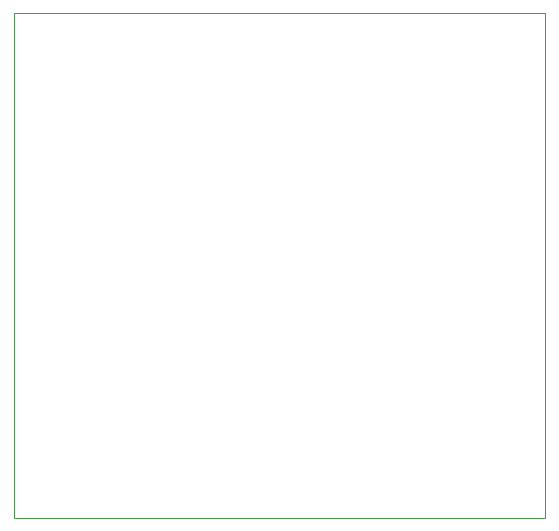
<source format=gm1>
%TF.GenerationSoftware,KiCad,Pcbnew,8.0.2*%
%TF.CreationDate,2024-10-06T11:27:00+02:00*%
%TF.ProjectId,distribution_amp_for_singapore_dude,64697374-7269-4627-9574-696f6e5f616d,rev?*%
%TF.SameCoordinates,Original*%
%TF.FileFunction,Profile,NP*%
%FSLAX46Y46*%
G04 Gerber Fmt 4.6, Leading zero omitted, Abs format (unit mm)*
G04 Created by KiCad (PCBNEW 8.0.2) date 2024-10-06 11:27:00*
%MOMM*%
%LPD*%
G01*
G04 APERTURE LIST*
%TA.AperFunction,Profile*%
%ADD10C,0.050000*%
%TD*%
G04 APERTURE END LIST*
D10*
X100400000Y-80000000D02*
X145400000Y-80000000D01*
X145400000Y-122800000D01*
X100400000Y-122800000D01*
X100400000Y-80000000D01*
M02*

</source>
